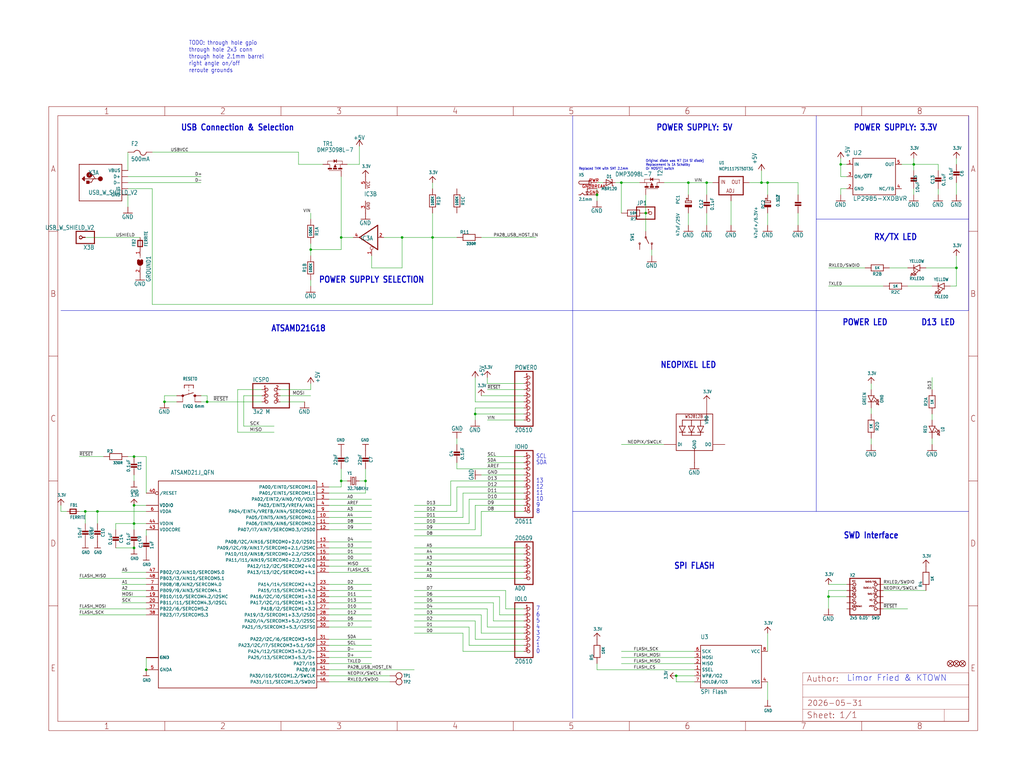
<source format=kicad_sch>
(kicad_sch (version 20230121) (generator eeschema)
  (paper "User" 426.949 326.288)
  (junction (at 68.58 167.64))
  (junction (at 55.88 218.44))
  (junction (at 35.56 213.36))
  (junction (at 60.96 279.4))
  (junction (at 142.24 99.06))
  (junction (at 198.12 172.72))
  (junction (at 167.64 99.06))
  (junction (at 248.92 81.28))
  (junction (at 142.24 200.66))
  (junction (at 152.4 200.66))
  (junction (at 381 68.58))
  (junction (at 345.44 248.92))
  (junction (at 40.64 213.36))
  (junction (at 259.08 76.2))
  (junction (at 398.78 111.76))
  (junction (at 180.34 99.06))
  (junction (at 294.64 76.2))
  (junction (at 287.02 76.2))
  (junction (at 350.52 68.58))
  (junction (at 55.88 210.82))
  (junction (at 55.88 190.5))
  (junction (at 86.36 167.64))
  (junction (at 55.88 228.6))
  (junction (at 281.94 281.94))
  (junction (at 269.24 88.9))
  (junction (at 129.54 104.14))
  (junction (at 320.04 76.2))
  (junction (at 317.5 76.2))
  (wire (pts (xy 40.64 218.44) (xy 40.64 213.36)) (stroke (width 0.1524)))
  (wire (pts (xy 60.96 256.54) (xy 33.02 256.54)) (stroke (width 0.1524)))
  (wire (pts (xy 40.64 213.36) (xy 60.96 213.36)) (stroke (width 0.1524)))
  (wire (pts (xy 317.5 71.12) (xy 317.5 76.2)) (stroke (width 0.1524)))
  (wire (pts (xy 198.12 220.98) (xy 172.72 220.98)) (stroke (width 0.1524)))
  (polyline (pts (xy 25.4 129.54) (xy 238.76 129.54)) (stroke (width 0.1524) (type solid)))
  (wire (pts (xy 198.12 170.18) (xy 198.12 172.72)) (stroke (width 0.1524)))
  (wire (pts (xy 137.16 238.76) (xy 154.94 238.76)) (stroke (width 0.1524)))
  (wire (pts (xy 363.22 182.88) (xy 363.22 185.42)) (stroke (width 0.1524)))
  (wire (pts (xy 162.56 284.48) (xy 137.16 284.48)) (stroke (width 0.1524)))
  (wire (pts (xy 320.04 76.2) (xy 332.74 76.2)) (stroke (width 0.1524)))
  (wire (pts (xy 218.44 193.04) (xy 203.2 193.04)) (stroke (width 0.1524)))
  (wire (pts (xy 137.16 261.62) (xy 154.94 261.62)) (stroke (width 0.1524)))
  (wire (pts (xy 137.16 205.74) (xy 152.4 205.74)) (stroke (width 0.1524)))
  (wire (pts (xy 35.56 99.06) (xy 58.42 99.06)) (stroke (width 0.1524)))
  (wire (pts (xy 129.54 104.14) (xy 129.54 101.6)) (stroke (width 0.1524)))
  (wire (pts (xy 320.04 76.2) (xy 320.04 81.28)) (stroke (width 0.1524)))
  (wire (pts (xy 203.2 162.56) (xy 218.44 162.56)) (stroke (width 0.1524)))
  (wire (pts (xy 137.16 269.24) (xy 154.94 269.24)) (stroke (width 0.1524)))
  (wire (pts (xy 86.36 165.1) (xy 86.36 167.64)) (stroke (width 0.1524)))
  (wire (pts (xy 127 167.64) (xy 116.84 167.64)) (stroke (width 0.1524)))
  (wire (pts (xy 152.4 200.66) (xy 152.4 195.58)) (stroke (width 0.1524)))
  (wire (pts (xy 137.16 248.92) (xy 154.94 248.92)) (stroke (width 0.1524)))
  (wire (pts (xy 190.5 203.2) (xy 218.44 203.2)) (stroke (width 0.1524)))
  (wire (pts (xy 172.72 210.82) (xy 187.96 210.82)) (stroke (width 0.1524)))
  (wire (pts (xy 190.5 193.04) (xy 190.5 195.58)) (stroke (width 0.1524)))
  (wire (pts (xy 200.66 223.52) (xy 200.66 213.36)) (stroke (width 0.1524)))
  (wire (pts (xy 195.58 208.28) (xy 218.44 208.28)) (stroke (width 0.1524)))
  (wire (pts (xy 180.34 88.9) (xy 180.34 99.06)) (stroke (width 0.1524)))
  (wire (pts (xy 218.44 261.62) (xy 203.2 261.62)) (stroke (width 0.1524)))
  (wire (pts (xy 398.78 119.38) (xy 398.78 111.76)) (stroke (width 0.1524)))
  (wire (pts (xy 271.78 104.14) (xy 271.78 106.68)) (stroke (width 0.1524)))
  (wire (pts (xy 33.02 254) (xy 60.96 254)) (stroke (width 0.1524)))
  (wire (pts (xy 276.86 76.2) (xy 287.02 76.2)) (stroke (width 0.1524)))
  (wire (pts (xy 289.56 281.94) (xy 281.94 281.94)) (stroke (width 0.1524)))
  (polyline (pts (xy 340.36 48.26) (xy 340.36 91.44)) (stroke (width 0.1524) (type solid)))
  (wire (pts (xy 353.06 243.84) (xy 345.44 243.84)) (stroke (width 0.1524)))
  (wire (pts (xy 154.94 106.68) (xy 154.94 111.76)) (stroke (width 0.1524)))
  (wire (pts (xy 60.96 220.98) (xy 60.96 223.52)) (stroke (width 0.1524)))
  (wire (pts (xy 190.5 185.42) (xy 190.5 182.88)) (stroke (width 0.1524)))
  (wire (pts (xy 281.94 284.48) (xy 289.56 284.48)) (stroke (width 0.1524)))
  (wire (pts (xy 137.16 251.46) (xy 154.94 251.46)) (stroke (width 0.1524)))
  (wire (pts (xy 154.94 246.38) (xy 137.16 246.38)) (stroke (width 0.1524)))
  (wire (pts (xy 137.16 266.7) (xy 154.94 266.7)) (stroke (width 0.1524)))
  (wire (pts (xy 289.56 271.78) (xy 259.08 271.78)) (stroke (width 0.1524)))
  (wire (pts (xy 187.96 200.66) (xy 218.44 200.66)) (stroke (width 0.1524)))
  (wire (pts (xy 386.08 246.38) (xy 368.3 246.38)) (stroke (width 0.1524)))
  (wire (pts (xy 388.62 172.72) (xy 388.62 175.26)) (stroke (width 0.1524)))
  (polyline (pts (xy 340.36 129.54) (xy 340.36 213.36)) (stroke (width 0.1524) (type solid)))
  (wire (pts (xy 167.64 111.76) (xy 167.64 99.06)) (stroke (width 0.1524)))
  (wire (pts (xy 200.66 264.16) (xy 218.44 264.16)) (stroke (width 0.1524)))
  (wire (pts (xy 142.24 200.66) (xy 142.24 203.2)) (stroke (width 0.1524)))
  (wire (pts (xy 180.34 99.06) (xy 190.5 99.06)) (stroke (width 0.1524)))
  (wire (pts (xy 53.34 73.66) (xy 83.82 73.66)) (stroke (width 0.1524)))
  (wire (pts (xy 172.72 251.46) (xy 205.74 251.46)) (stroke (width 0.1524)))
  (wire (pts (xy 248.92 276.86) (xy 248.92 279.4)) (stroke (width 0.1524)))
  (wire (pts (xy 218.44 167.64) (xy 198.12 167.64)) (stroke (width 0.1524)))
  (wire (pts (xy 172.72 218.44) (xy 195.58 218.44)) (stroke (width 0.1524)))
  (wire (pts (xy 190.5 213.36) (xy 190.5 203.2)) (stroke (width 0.1524)))
  (wire (pts (xy 137.16 220.98) (xy 154.94 220.98)) (stroke (width 0.1524)))
  (wire (pts (xy 218.44 241.3) (xy 172.72 241.3)) (stroke (width 0.1524)))
  (wire (pts (xy 388.62 185.42) (xy 388.62 182.88)) (stroke (width 0.1524)))
  (wire (pts (xy 60.96 190.5) (xy 60.96 205.74)) (stroke (width 0.1524)))
  (wire (pts (xy 294.64 88.9) (xy 294.64 93.98)) (stroke (width 0.1524)))
  (wire (pts (xy 63.5 78.74) (xy 63.5 127)) (stroke (width 0.1524)))
  (wire (pts (xy 363.22 172.72) (xy 363.22 170.18)) (stroke (width 0.1524)))
  (wire (pts (xy 193.04 215.9) (xy 172.72 215.9)) (stroke (width 0.1524)))
  (wire (pts (xy 269.24 88.9) (xy 269.24 81.28)) (stroke (width 0.1524)))
  (wire (pts (xy 363.22 160.02) (xy 363.22 162.56)) (stroke (width 0.1524)))
  (wire (pts (xy 109.22 167.64) (xy 86.36 167.64)) (stroke (width 0.1524)))
  (wire (pts (xy 83.82 167.64) (xy 86.36 167.64)) (stroke (width 0.1524)))
  (wire (pts (xy 129.54 106.68) (xy 129.54 104.14)) (stroke (width 0.1524)))
  (wire (pts (xy 60.96 241.3) (xy 33.02 241.3)) (stroke (width 0.1524)))
  (wire (pts (xy 332.74 76.2) (xy 332.74 81.28)) (stroke (width 0.1524)))
  (wire (pts (xy 332.74 88.9) (xy 332.74 93.98)) (stroke (width 0.1524)))
  (wire (pts (xy 350.52 78.74) (xy 350.52 81.28)) (stroke (width 0.1524)))
  (wire (pts (xy 63.5 127) (xy 180.34 127)) (stroke (width 0.1524)))
  (wire (pts (xy 60.96 210.82) (xy 55.88 210.82)) (stroke (width 0.1524)))
  (wire (pts (xy 60.96 243.84) (xy 50.8 243.84)) (stroke (width 0.1524)))
  (wire (pts (xy 218.44 271.78) (xy 193.04 271.78)) (stroke (width 0.1524)))
  (wire (pts (xy 398.78 76.2) (xy 398.78 81.28)) (stroke (width 0.1524)))
  (wire (pts (xy 60.96 218.44) (xy 55.88 218.44)) (stroke (width 0.1524)))
  (wire (pts (xy 218.44 236.22) (xy 172.72 236.22)) (stroke (width 0.1524)))
  (wire (pts (xy 251.46 76.2) (xy 248.92 76.2)) (stroke (width 0.1524)))
  (wire (pts (xy 137.16 203.2) (xy 142.24 203.2)) (stroke (width 0.1524)))
  (wire (pts (xy 25.4 213.36) (xy 27.94 213.36)) (stroke (width 0.1524)))
  (wire (pts (xy 193.04 271.78) (xy 193.04 264.16)) (stroke (width 0.1524)))
  (wire (pts (xy 149.86 200.66) (xy 152.4 200.66)) (stroke (width 0.1524)))
  (wire (pts (xy 55.88 190.5) (xy 53.34 190.5)) (stroke (width 0.1524)))
  (wire (pts (xy 223.52 99.06) (xy 200.66 99.06)) (stroke (width 0.1524)))
  (wire (pts (xy 248.92 78.74) (xy 248.92 81.28)) (stroke (width 0.1524)))
  (wire (pts (xy 198.12 157.48) (xy 198.12 167.64)) (stroke (width 0.1524)))
  (wire (pts (xy 142.24 104.14) (xy 142.24 99.06)) (stroke (width 0.1524)))
  (wire (pts (xy 218.44 198.12) (xy 200.66 198.12)) (stroke (width 0.1524)))
  (wire (pts (xy 294.64 76.2) (xy 287.02 76.2)) (stroke (width 0.1524)))
  (wire (pts (xy 154.94 111.76) (xy 167.64 111.76)) (stroke (width 0.1524)))
  (wire (pts (xy 142.24 73.66) (xy 142.24 99.06)) (stroke (width 0.1524)))
  (wire (pts (xy 353.06 248.92) (xy 345.44 248.92)) (stroke (width 0.1524)))
  (wire (pts (xy 25.4 210.82) (xy 25.4 213.36)) (stroke (width 0.1524)))
  (wire (pts (xy 210.82 254) (xy 218.44 254)) (stroke (width 0.1524)))
  (wire (pts (xy 198.12 266.7) (xy 198.12 259.08)) (stroke (width 0.1524)))
  (wire (pts (xy 345.44 246.38) (xy 345.44 248.92)) (stroke (width 0.1524)))
  (polyline (pts (xy 238.76 299.72) (xy 238.76 213.36)) (stroke (width 0.1524) (type solid)))
  (wire (pts (xy 154.94 274.32) (xy 137.16 274.32)) (stroke (width 0.1524)))
  (wire (pts (xy 218.44 190.5) (xy 203.2 190.5)) (stroke (width 0.1524)))
  (wire (pts (xy 137.16 213.36) (xy 154.94 213.36)) (stroke (width 0.1524)))
  (wire (pts (xy 137.16 208.28) (xy 154.94 208.28)) (stroke (width 0.1524)))
  (wire (pts (xy 398.78 68.58) (xy 398.78 66.04)) (stroke (width 0.1524)))
  (wire (pts (xy 73.66 167.64) (xy 68.58 167.64)) (stroke (width 0.1524)))
  (wire (pts (xy 320.04 292.1) (xy 320.04 284.48)) (stroke (width 0.1524)))
  (wire (pts (xy 368.3 243.84) (xy 378.46 243.84)) (stroke (width 0.1524)))
  (wire (pts (xy 218.44 205.74) (xy 193.04 205.74)) (stroke (width 0.1524)))
  (polyline (pts (xy 340.36 91.44) (xy 403.86 91.44)) (stroke (width 0.1524) (type solid)))
  (wire (pts (xy 154.94 233.68) (xy 137.16 233.68)) (stroke (width 0.1524)))
  (wire (pts (xy 218.44 210.82) (xy 198.12 210.82)) (stroke (width 0.1524)))
  (wire (pts (xy 147.32 99.06) (xy 142.24 99.06)) (stroke (width 0.1524)))
  (wire (pts (xy 297.18 76.2) (xy 294.64 76.2)) (stroke (width 0.1524)))
  (wire (pts (xy 381 78.74) (xy 381 81.28)) (stroke (width 0.1524)))
  (wire (pts (xy 55.88 198.12) (xy 55.88 200.66)) (stroke (width 0.1524)))
  (wire (pts (xy 152.4 205.74) (xy 152.4 200.66)) (stroke (width 0.1524)))
  (wire (pts (xy 124.46 68.58) (xy 134.62 68.58)) (stroke (width 0.1524)))
  (wire (pts (xy 137.16 281.94) (xy 162.56 281.94)) (stroke (width 0.1524)))
  (wire (pts (xy 320.04 88.9) (xy 320.04 93.98)) (stroke (width 0.1524)))
  (wire (pts (xy 154.94 254) (xy 137.16 254)) (stroke (width 0.1524)))
  (wire (pts (xy 137.16 231.14) (xy 154.94 231.14)) (stroke (width 0.1524)))
  (wire (pts (xy 203.2 254) (xy 172.72 254)) (stroke (width 0.1524)))
  (wire (pts (xy 149.86 68.58) (xy 149.86 60.96)) (stroke (width 0.1524)))
  (wire (pts (xy 99.06 162.56) (xy 99.06 180.34)) (stroke (width 0.1524)))
  (wire (pts (xy 269.24 88.9) (xy 269.24 96.52)) (stroke (width 0.1524)))
  (wire (pts (xy 368.3 254) (xy 378.46 254)) (stroke (width 0.1524)))
  (wire (pts (xy 137.16 279.4) (xy 172.72 279.4)) (stroke (width 0.1524)))
  (wire (pts (xy 218.44 231.14) (xy 172.72 231.14)) (stroke (width 0.1524)))
  (wire (pts (xy 205.74 259.08) (xy 218.44 259.08)) (stroke (width 0.1524)))
  (wire (pts (xy 55.88 220.98) (xy 55.88 218.44)) (stroke (width 0.1524)))
  (wire (pts (xy 53.34 81.28) (xy 53.34 86.36)) (stroke (width 0.1524)))
  (wire (pts (xy 218.44 266.7) (xy 198.12 266.7)) (stroke (width 0.1524)))
  (wire (pts (xy 116.84 165.1) (xy 129.54 165.1)) (stroke (width 0.1524)))
  (wire (pts (xy 137.16 243.84) (xy 154.94 243.84)) (stroke (width 0.1524)))
  (wire (pts (xy 218.44 172.72) (xy 198.12 172.72)) (stroke (width 0.1524)))
  (wire (pts (xy 294.64 76.2) (xy 294.64 81.28)) (stroke (width 0.1524)))
  (wire (pts (xy 195.58 261.62) (xy 195.58 269.24)) (stroke (width 0.1524)))
  (wire (pts (xy 248.92 81.28) (xy 248.92 83.82)) (stroke (width 0.1524)))
  (wire (pts (xy 53.34 63.5) (xy 53.34 71.12)) (stroke (width 0.1524)))
  (wire (pts (xy 129.54 119.38) (xy 129.54 116.84)) (stroke (width 0.1524)))
  (wire (pts (xy 190.5 213.36) (xy 172.72 213.36)) (stroke (width 0.1524)))
  (wire (pts (xy 35.56 213.36) (xy 40.64 213.36)) (stroke (width 0.1524)))
  (wire (pts (xy 203.2 160.02) (xy 218.44 160.02)) (stroke (width 0.1524)))
  (wire (pts (xy 312.42 76.2) (xy 317.5 76.2)) (stroke (width 0.1524)))
  (wire (pts (xy 144.78 68.58) (xy 149.86 68.58)) (stroke (width 0.1524)))
  (wire (pts (xy 68.58 165.1) (xy 68.58 167.64)) (stroke (width 0.1524)))
  (wire (pts (xy 259.08 274.32) (xy 289.56 274.32)) (stroke (width 0.1524)))
  (wire (pts (xy 248.92 279.4) (xy 289.56 279.4)) (stroke (width 0.1524)))
  (wire (pts (xy 350.52 66.04) (xy 350.52 68.58)) (stroke (width 0.1524)))
  (wire (pts (xy 172.72 238.76) (xy 218.44 238.76)) (stroke (width 0.1524)))
  (wire (pts (xy 167.64 99.06) (xy 180.34 99.06)) (stroke (width 0.1524)))
  (wire (pts (xy 287.02 81.28) (xy 287.02 76.2)) (stroke (width 0.1524)))
  (wire (pts (xy 101.6 177.8) (xy 114.3 177.8)) (stroke (width 0.1524)))
  (wire (pts (xy 203.2 157.48) (xy 203.2 160.02)) (stroke (width 0.1524)))
  (wire (pts (xy 203.2 175.26) (xy 218.44 175.26)) (stroke (width 0.1524)))
  (wire (pts (xy 218.44 165.1) (xy 200.66 165.1)) (stroke (width 0.1524)))
  (wire (pts (xy 208.28 256.54) (xy 208.28 248.92)) (stroke (width 0.1524)))
  (wire (pts (xy 50.8 246.38) (xy 60.96 246.38)) (stroke (width 0.1524)))
  (wire (pts (xy 198.12 210.82) (xy 198.12 220.98)) (stroke (width 0.1524)))
  (wire (pts (xy 345.44 119.38) (xy 368.3 119.38)) (stroke (width 0.1524)))
  (wire (pts (xy 350.52 68.58) (xy 353.06 68.58)) (stroke (width 0.1524)))
  (wire (pts (xy 276.86 185.42) (xy 259.08 185.42)) (stroke (width 0.1524)))
  (wire (pts (xy 172.72 228.6) (xy 218.44 228.6)) (stroke (width 0.1524)))
  (wire (pts (xy 391.16 78.74) (xy 391.16 81.28)) (stroke (width 0.1524)))
  (wire (pts (xy 137.16 271.78) (xy 154.94 271.78)) (stroke (width 0.1524)))
  (wire (pts (xy 375.92 68.58) (xy 381 68.58)) (stroke (width 0.1524)))
  (wire (pts (xy 60.96 274.32) (xy 60.96 279.4)) (stroke (width 0.1524)))
  (polyline (pts (xy 238.76 129.54) (xy 238.76 48.26)) (stroke (width 0.1524) (type solid)))
  (wire (pts (xy 48.26 220.98) (xy 48.26 218.44)) (stroke (width 0.1524)))
  (wire (pts (xy 137.16 210.82) (xy 154.94 210.82)) (stroke (width 0.1524)))
  (wire (pts (xy 73.66 165.1) (xy 68.58 165.1)) (stroke (width 0.1524)))
  (wire (pts (xy 48.26 228.6) (xy 55.88 228.6)) (stroke (width 0.1524)))
  (wire (pts (xy 172.72 223.52) (xy 200.66 223.52)) (stroke (width 0.1524)))
  (wire (pts (xy 256.54 76.2) (xy 259.08 76.2)) (stroke (width 0.1524)))
  (wire (pts (xy 129.54 91.44) (xy 129.54 88.9)) (stroke (width 0.1524)))
  (wire (pts (xy 144.78 200.66) (xy 142.24 200.66)) (stroke (width 0.1524)))
  (wire (pts (xy 289.56 276.86) (xy 259.08 276.86)) (stroke (width 0.1524)))
  (wire (pts (xy 187.96 210.82) (xy 187.96 200.66)) (stroke (width 0.1524)))
  (wire (pts (xy 55.88 218.44) (xy 55.88 210.82)) (stroke (width 0.1524)))
  (wire (pts (xy 142.24 195.58) (xy 142.24 200.66)) (stroke (width 0.1524)))
  (wire (pts (xy 345.44 248.92) (xy 345.44 254)) (stroke (width 0.1524)))
  (wire (pts (xy 353.06 246.38) (xy 345.44 246.38)) (stroke (width 0.1524)))
  (wire (pts (xy 287.02 93.98) (xy 287.02 88.9)) (stroke (width 0.1524)))
  (wire (pts (xy 381 66.04) (xy 381 68.58)) (stroke (width 0.1524)))
  (wire (pts (xy 208.28 248.92) (xy 172.72 248.92)) (stroke (width 0.1524)))
  (wire (pts (xy 398.78 111.76) (xy 398.78 106.68)) (stroke (width 0.1524)))
  (wire (pts (xy 205.74 251.46) (xy 205.74 259.08)) (stroke (width 0.1524)))
  (polyline (pts (xy 340.36 129.54) (xy 238.76 129.54)) (stroke (width 0.1524) (type solid)))
  (wire (pts (xy 129.54 104.14) (xy 142.24 104.14)) (stroke (width 0.1524)))
  (wire (pts (xy 154.94 226.06) (xy 137.16 226.06)) (stroke (width 0.1524)))
  (polyline (pts (xy 403.86 213.36) (xy 340.36 213.36)) (stroke (width 0.1524) (type solid)))
  (wire (pts (xy 137.16 236.22) (xy 154.94 236.22)) (stroke (width 0.1524)))
  (wire (pts (xy 388.62 157.48) (xy 388.62 162.56)) (stroke (width 0.1524)))
  (polyline (pts (xy 340.36 129.54) (xy 403.86 129.54)) (stroke (width 0.1524) (type solid)))
  (wire (pts (xy 137.16 256.54) (xy 154.94 256.54)) (stroke (width 0.1524)))
  (wire (pts (xy 195.58 269.24) (xy 218.44 269.24)) (stroke (width 0.1524)))
  (wire (pts (xy 63.5 63.5) (xy 124.46 63.5)) (stroke (width 0.1524)))
  (wire (pts (xy 391.16 68.58) (xy 391.16 71.12)) (stroke (width 0.1524)))
  (wire (pts (xy 35.56 218.44) (xy 35.56 213.36)) (stroke (width 0.1524)))
  (wire (pts (xy 203.2 261.62) (xy 203.2 254)) (stroke (width 0.1524)))
  (wire (pts (xy 48.26 218.44) (xy 55.88 218.44)) (stroke (width 0.1524)))
  (polyline (pts (xy 403.86 48.26) (xy 403.86 91.44)) (stroke (width 0.1524) (type solid)))
  (wire (pts (xy 320.04 264.16) (xy 320.04 271.78)) (stroke (width 0.1524)))
  (wire (pts (xy 218.44 256.54) (xy 208.28 256.54)) (stroke (width 0.1524)))
  (wire (pts (xy 198.12 172.72) (xy 198.12 175.26)) (stroke (width 0.1524)))
  (wire (pts (xy 124.46 63.5) (xy 124.46 68.58)) (stroke (width 0.1524)))
  (wire (pts (xy 160.02 99.06) (xy 167.64 99.06)) (stroke (width 0.1524)))
  (wire (pts (xy 129.54 160.02) (xy 129.54 162.56)) (stroke (width 0.1524)))
  (wire (pts (xy 360.68 111.76) (xy 345.44 111.76)) (stroke (width 0.1524)))
  (wire (pts (xy 259.08 76.2) (xy 266.7 76.2)) (stroke (width 0.1524)))
  (wire (pts (xy 180.34 78.74) (xy 180.34 76.2)) (stroke (width 0.1524)))
  (wire (pts (xy 172.72 261.62) (xy 195.58 261.62)) (stroke (width 0.1524)))
  (wire (pts (xy 99.06 180.34) (xy 114.3 180.34)) (stroke (width 0.1524)))
  (wire (pts (xy 193.04 264.16) (xy 172.72 264.16)) (stroke (width 0.1524)))
  (wire (pts (xy 317.5 76.2) (xy 320.04 76.2)) (stroke (width 0.1524)))
  (wire (pts (xy 53.34 76.2) (xy 83.82 76.2)) (stroke (width 0.1524)))
  (polyline (pts (xy 238.76 213.36) (xy 238.76 129.54)) (stroke (width 0.1524) (type solid)))
  (wire (pts (xy 137.16 218.44) (xy 154.94 218.44)) (stroke (width 0.1524)))
  (polyline (pts (xy 340.36 91.44) (xy 340.36 129.54)) (stroke (width 0.1524) (type solid)))
  (wire (pts (xy 350.52 73.66) (xy 350.52 68.58)) (stroke (width 0.1524)))
  (wire (pts (xy 137.16 276.86) (xy 154.94 276.86)) (stroke (width 0.1524)))
  (wire (pts (xy 281.94 281.94) (xy 281.94 284.48)) (stroke (width 0.1524)))
  (wire (pts (xy 43.18 190.5) (xy 33.02 190.5)) (stroke (width 0.1524)))
  (wire (pts (xy 195.58 218.44) (xy 195.58 208.28)) (stroke (width 0.1524)))
  (polyline (pts (xy 340.36 213.36) (xy 238.76 213.36)) (stroke (width 0.1524) (type solid)))
  (wire (pts (xy 198.12 259.08) (xy 172.72 259.08)) (stroke (width 0.1524)))
  (wire (pts (xy 137.16 259.08) (xy 154.94 259.08)) (stroke (width 0.1524)))
  (wire (pts (xy 101.6 165.1) (xy 101.6 177.8)) (stroke (width 0.1524)))
  (wire (pts (xy 60.96 238.76) (xy 50.8 238.76)) (stroke (width 0.1524)))
  (wire (pts (xy 381 68.58) (xy 381 71.12)) (stroke (width 0.1524)))
  (wire (pts (xy 172.72 256.54) (xy 200.66 256.54)) (stroke (width 0.1524)))
  (wire (pts (xy 154.94 215.9) (xy 137.16 215.9)) (stroke (width 0.1524)))
  (wire (pts (xy 353.06 78.74) (xy 350.52 78.74)) (stroke (width 0.1524)))
  (wire (pts (xy 129.54 162.56) (xy 116.84 162.56)) (stroke (width 0.1524)))
  (wire (pts (xy 55.88 190.5) (xy 60.96 190.5)) (stroke (width 0.1524)))
  (wire (pts (xy 193.04 205.74) (xy 193.04 215.9)) (stroke (width 0.1524)))
  (wire (pts (xy 172.72 233.68) (xy 218.44 233.68)) (stroke (width 0.1524)))
  (wire (pts (xy 109.22 165.1) (xy 101.6 165.1)) (stroke (width 0.1524)))
  (wire (pts (xy 137.16 228.6) (xy 154.94 228.6)) (stroke (width 0.1524)))
  (wire (pts (xy 109.22 162.56) (xy 99.06 162.56)) (stroke (width 0.1524)))
  (wire (pts (xy 396.24 119.38) (xy 398.78 119.38)) (stroke (width 0.1524)))
  (wire (pts (xy 200.66 213.36) (xy 218.44 213.36)) (stroke (width 0.1524)))
  (polyline (pts (xy 403.86 91.44) (xy 403.86 129.54)) (stroke (width 0.1524) (type solid)))
  (wire (pts (xy 259.08 88.9) (xy 259.08 76.2)) (stroke (width 0.1524)))
  (wire (pts (xy 60.96 248.92) (xy 50.8 248.92)) (stroke (width 0.1524)))
  (wire (pts (xy 172.72 246.38) (xy 210.82 246.38)) (stroke (width 0.1524)))
  (wire (pts (xy 353.06 73.66) (xy 350.52 73.66)) (stroke (width 0.1524)))
  (wire (pts (xy 180.34 127) (xy 180.34 99.06)) (stroke (width 0.1524)))
  (wire (pts (xy 200.66 256.54) (xy 200.66 264.16)) (stroke (width 0.1524)))
  (wire (pts (xy 378.46 119.38) (xy 388.62 119.38)) (stroke (width 0.1524)))
  (wire (pts (xy 218.44 170.18) (xy 198.12 170.18)) (stroke (width 0.1524)))
  (wire (pts (xy 53.34 78.74) (xy 63.5 78.74)) (stroke (width 0.1524)))
  (wire (pts (xy 370.84 111.76) (xy 378.46 111.76)) (stroke (width 0.1524)))
  (wire (pts (xy 33.02 213.36) (xy 35.56 213.36)) (stroke (width 0.1524)))
  (wire (pts (xy 381 68.58) (xy 391.16 68.58)) (stroke (width 0.1524)))
  (wire (pts (xy 210.82 246.38) (xy 210.82 254)) (stroke (width 0.1524)))
  (wire (pts (xy 50.8 251.46) (xy 60.96 251.46)) (stroke (width 0.1524)))
  (wire (pts (xy 386.08 111.76) (xy 398.78 111.76)) (stroke (width 0.1524)))
  (wire (pts (xy 218.44 195.58) (xy 190.5 195.58)) (stroke (width 0.1524)))
  (wire (pts (xy 83.82 165.1) (xy 86.36 165.1)) (stroke (width 0.1524)))
  (wire (pts (xy 304.8 93.98) (xy 304.8 83.82)) (stroke (width 0.1524)))
  (text "12" (at 223.52 203.2 0) (effects (font (size 1.778 1.5113)) (justify left)))
  (text "13" (at 223.52 200.66 0) (effects (font (size 1.778 1.5113)) (justify left)))
  (text "2" (at 223.52 266.7 0) (effects (font (size 1.778 1.5113)) (justify left)))
  (text "9" (at 223.52 210.82 0) (effects (font (size 1.778 1.5113)) (justify left)))
  (text "10" (at 223.52 208.28 0) (effects (font (size 1.778 1.5113)) (justify left)))
  (text "5" (at 223.52 259.08 0) (effects (font (size 1.778 1.5113)) (justify left)))
  (text "SWD Interface" (at 363.22 223.52 0) (effects (font (size 2.54 2.159) (thickness 0.4318) bold)))
  (text "Original diode was M7 (1A Si diode)\nReplacement is 1A Schottky\nOr MOSFET switch" (at 269.24 71.12 0) (effects (font (size 1.016 0.8636)) (justify left bottom)))
  (text "6" (at 223.52 256.54 0) (effects (font (size 1.778 1.5113)) (justify left)))
  (text "TODO: through hole gpio\nthrough hole 2x3 conn\nthrough hole 2.1mm barrel\nright angle on/off\nreroute grounds" (at 78.74 30.48 0) (effects (font (size 1.778 1.5113)) (justify left bottom)))
  (text "1" (at 223.52 269.24 0) (effects (font (size 1.778 1.5113)) (justify left)))
  (text "USB Connection & Selection" (at 99.06 53.34 0) (effects (font (size 2.54 2.159) (thickness 0.4318) bold)))
  (text "SDA" (at 223.52 193.04 0) (effects (font (size 1.778 1.5113)) (justify left)))
  (text "8" (at 223.52 213.36 0) (effects (font (size 1.778 1.5113)) (justify left)))
  (text "Replaced THM with SMT 2.1mm" (at 241.3 71.12 0) (effects (font (size 1.016 0.8636)) (justify left bottom)))
  (text "SCL" (at 223.52 190.5 0) (effects (font (size 1.778 1.5113)) (justify left)))
  (text "D13 LED" (at 391.16 134.62 0) (effects (font (size 2.54 2.159) (thickness 0.4318) bold)))
  (text "0" (at 223.52 271.78 0) (effects (font (size 1.778 1.5113)) (justify left)))
  (text "POWER LED" (at 360.68 134.62 0) (effects (font (size 2.54 2.159) (thickness 0.4318) bold)))
  (text "POWER SUPPLY SELECTION" (at 154.94 116.84 0) (effects (font (size 2.54 2.159) (thickness 0.4318) bold)))
  (text "ATSAMD21G18" (at 124.46 137.16 0) (effects (font (size 2.54 2.159) (thickness 0.4318) bold)))
  (text "7" (at 223.52 254 0) (effects (font (size 1.778 1.5113)) (justify left)))
  (text "4" (at 223.52 261.62 0) (effects (font (size 1.778 1.5113)) (justify left)))
  (text "11" (at 223.52 205.74 0) (effects (font (size 1.778 1.5113)) (justify left)))
  (text "Limor Fried & KTOWN" (at 353.06 284.48 0) (effects (font (size 2.54 2.54)) (justify left bottom)))
  (text "NEOPIXEL LED" (at 287.02 152.4 0) (effects (font (size 2.54 2.159) (thickness 0.4318) bold)))
  (text "3" (at 223.52 264.16 0) (effects (font (size 1.778 1.5113)) (justify left)))
  (text "RX/TX LED" (at 373.38 99.06 0) (effects (font (size 2.54 2.159) (thickness 0.4318) bold)))
  (text "POWER SUPPLY: 3.3V" (at 373.38 53.34 0) (effects (font (size 2.54 2.159) (thickness 0.4318) bold)))
  (text "POWER SUPPLY: 5V" (at 289.56 53.34 0) (effects (font (size 2.54 2.159) (thickness 0.4318) bold)))
  (text "SPI FLASH" (at 289.56 236.22 0) (effects (font (size 2.54 2.159) (thickness 0.4318) bold)))
  (label "D13" (at 203.2 200.66 0) (effects (font (size 1.3513 1.3513))))
  (label "D8" (at 177.8 223.52 0) (effects (font (size 1.2446 1.2446))))
  (label "D13" (at 388.62 162.56 90) (effects (font (size 1.2446 1.2446))))
  (label "D0" (at 144.78 233.68 0) (effects (font (size 1.2446 1.2446))))
  (label "FLASH_MISO" (at 264.16 276.86 0) (effects (font (size 1.2446 1.2446))))
  (label "D11" (at 144.78 248.92 0) (effects (font (size 1.2446 1.2446))))
  (label "PA28_USB_HOST_EN" (at 205.74 99.06 0) (effects (font (size 1.2446 1.2446))))
  (label "TXLED" (at 144.78 276.86 0) (effects (font (size 1.2446 1.2446))))
  (label "A4" (at 177.8 231.14 0) (effects (font (size 1.2446 1.2446))))
  (label "D1" (at 144.78 231.14 0) (effects (font (size 1.2446 1.2446))))
  (label "PA28_USB_HOST_EN" (at 144.78 279.4 0) (effects (font (size 1.2446 1.2446))))
  (label "D13" (at 144.78 251.46 0) (effects (font (size 1.2446 1.2446))))
  (label "FLASH_CS" (at 264.16 279.4 0) (effects (font (size 1.2446 1.2446))))
  (label "D10" (at 203.2 208.28 0) (effects (font (size 1.3513 1.3513))))
  (label "MOSI" (at 121.92 165.1 0) (effects (font (size 1.3513 1.3513))))
  (label "A1" (at 177.8 238.76 0) (effects (font (size 1.2446 1.2446))))
  (label "RXLED/SWDIO" (at 345.44 111.76 0) (effects (font (size 1.2446 1.2446))))
  (label "RXLED/SWDIO" (at 144.78 284.48 0) (effects (font (size 1.2446 1.2446))))
  (label "~{RESET}" (at 368.3 254 0) (effects (font (size 1.2446 1.2446))))
  (label "MOSI" (at 50.8 248.92 0) (effects (font (size 1.2446 1.2446))))
  (label "~{RESET}" (at 88.9 167.64 0) (effects (font (size 1.3513 1.3513))))
  (label "MISO" (at 144.78 236.22 0) (effects (font (size 1.2446 1.2446))))
  (label "~{RESET}" (at 203.2 162.56 0) (effects (font (size 1.1735 1.1735))))
  (label "SCK" (at 104.14 177.8 0) (effects (font (size 1.3513 1.3513))))
  (label "D+" (at 144.78 274.32 0) (effects (font (size 1.2446 1.2446))))
  (label "D0" (at 177.8 264.16 0) (effects (font (size 1.2446 1.2446))))
  (label "D12" (at 177.8 213.36 0) (effects (font (size 1.2446 1.2446))))
  (label "D11" (at 203.2 205.74 0) (effects (font (size 1.3513 1.3513))))
  (label "AREF" (at 203.2 195.58 0) (effects (font (size 1.3513 1.3513))))
  (label "USBVCC" (at 71.12 63.5 0) (effects (font (size 1.2446 1.2446))))
  (label "D6" (at 144.78 259.08 0) (effects (font (size 1.2446 1.2446))))
  (label "FLASH_SCK" (at 33.02 256.54 0) (effects (font (size 1.2446 1.2446))))
  (label "A0" (at 144.78 208.28 0) (effects (font (size 1.2446 1.2446))))
  (label "D9" (at 144.78 220.98 0) (effects (font (size 1.2446 1.2446))))
  (label "D2" (at 144.78 243.84 0) (effects (font (size 1.2446 1.2446))))
  (label "D10" (at 177.8 218.44 0) (effects (font (size 1.2446 1.2446))))
  (label "FLASH_MOSI" (at 264.16 274.32 0) (effects (font (size 1.2446 1.2446))))
  (label "RXLED/SWDIO" (at 368.3 243.84 0) (effects (font (size 1.2446 1.2446))))
  (label "D+" (at 81.28 73.66 0) (effects (font (size 1.2446 1.2446))))
  (label "VIN" (at 289.56 76.2 0) (effects (font (size 1.2446 1.2446))))
  (label "D-" (at 81.28 76.2 0) (effects (font (size 1.2446 1.2446))))
  (label "FLASH_MISO" (at 33.02 241.3 0) (effects (font (size 1.2446 1.2446))))
  (label "~{RESET}" (at 33.02 190.5 0) (effects (font (size 1.2446 1.2446))))
  (label "D3" (at 144.78 228.6 0) (effects (font (size 1.2446 1.2446))))
  (label "D4" (at 177.8 254 0) (effects (font (size 1.2446 1.2446))))
  (label "SCL" (at 144.78 269.24 0) (effects (font (size 1.2446 1.2446))))
  (label "D12" (at 144.78 256.54 0) (effects (font (size 1.2446 1.2446))))
  (label "D12" (at 203.2 203.2 0) (effects (font (size 1.3513 1.3513))))
  (label "A3" (at 144.78 213.36 0) (effects (font (size 1.2446 1.2446))))
  (label "FLASH_MOSI" (at 33.02 254 0) (effects (font (size 1.2446 1.2446))))
  (label "A1" (at 50.8 243.84 0) (effects (font (size 1.2446 1.2446))))
  (label "A2" (at 50.8 246.38 0) (effects (font (size 1.2446 1.2446))))
  (label "D1" (at 177.8 261.62 0) (effects (font (size 1.2446 1.2446))))
  (label "VIN" (at 203.2 175.26 0) (effects (font (size 1.2446 1.2446))))
  (label "SCL" (at 203.2 190.5 0) (effects (font (size 1.2446 1.2446))))
  (label "D5" (at 177.8 251.46 0) (effects (font (size 1.2446 1.2446))))
  (label "D4" (at 144.78 226.06 0) (effects (font (size 1.2446 1.2446))))
  (label "D7" (at 177.8 246.38 0) (effects (font (size 1.2446 1.2446))))
  (label "D3" (at 177.8 256.54 0) (effects (font (size 1.2446 1.2446))))
  (label "SDA" (at 144.78 266.7 0) (effects (font (size 1.2446 1.2446))))
  (label "A5" (at 177.8 228.6 0) (effects (font (size 1.2446 1.2446))))
  (label "FLASH_CS" (at 144.78 238.76 0) (effects (font (size 1.2446 1.2446))))
  (label "D13" (at 177.8 210.82 0) (effects (font (size 1.2446 1.2446))))
  (label "TXLED" (at 345.44 119.38 0) (effects (font (size 1.2446 1.2446))))
  (label "D11" (at 177.8 215.9 0) (effects (font (size 1.2446 1.2446))))
  (label "D9" (at 177.8 220.98 0) (effects (font (size 1.2446 1.2446))))
  (label "SCK" (at 50.8 251.46 0) (effects (font (size 1.2446 1.2446))))
  (label "A0" (at 177.8 241.3 0) (effects (font (size 1.2446 1.2446))))
  (label "SDA" (at 203.2 193.04 0) (effects (font (size 1.2446 1.2446))))
  (label "NEOPIX/SWCLK" (at 368.3 246.38 0) (effects (font (size 1.2446 1.2446))))
  (label "D7" (at 144.78 261.62 0) (effects (font (size 1.2446 1.2446))))
  (label "MISO" (at 104.14 180.34 0) (effects (font (size 1.3513 1.3513))))
  (label "A5" (at 50.8 238.76 0) (effects (font (size 1.2446 1.2446))))
  (label "D5" (at 144.78 246.38 0) (effects (font (size 1.2446 1.2446))))
  (label "USHIELD" (at 48.26 99.06 0) (effects (font (size 1.2446 1.2446))))
  (label "GND" (at 203.2 198.12 0) (effects (font (size 1.3513 1.3513))))
  (label "VIN" (at 129.54 88.9 180) (effects (font (size 1.2446 1.2446))))
  (label "A4" (at 144.78 215.9 0) (effects (font (size 1.2446 1.2446))))
  (label "D10" (at 144.78 254 0) (effects (font (size 1.2446 1.2446))))
  (label "FLASH_SCK" (at 264.16 271.78 0) (effects (font (size 1.2446 1.2446))))
  (label "D-" (at 144.78 271.78 0) (effects (font (size 1.2446 1.2446))))
  (label "AREF" (at 144.78 210.82 0) (effects (font (size 1.2446 1.2446))))
  (label "D8" (at 203.2 213.36 0) (effects (font (size 1.3513 1.3513))))
  (label "D2" (at 177.8 259.08 0) (effects (font (size 1.2446 1.2446))))
  (label "NEOPIX/SWCLK" (at 144.78 281.94 0) (effects (font (size 1.2446 1.2446))))
  (label "D6" (at 177.8 248.92 0) (effects (font (size 1.2446 1.2446))))
  (label "NEOPIX/SWCLK" (at 261.62 185.42 0) (effects (font (size 1.2446 1.2446))))
  (label "A3" (at 177.8 233.68 0) (effects (font (size 1.2446 1.2446))))
  (label "A2" (at 177.8 236.22 0) (effects (font (size 1.2446 1.2446))))
  (label "D9" (at 203.2 210.82 0) (effects (font (size 1.3513 1.3513))))
  (label "D8" (at 144.78 218.44 0) (effects (font (size 1.2446 1.2446))))
  (symbol (lib_id "working-eagle-import:SWITCH_SPDT") (at 269.24 101.6 270) (unit 1)
    (property "Reference" "SW1" (at 262.89 97.155 0) (effects (font (size 1.27 1.0795)) (justify left bottom)))
    (property "Value" "SWITCH_SPDT" (effects hide))
    (property "Footprint" "working:SPDT_SMT_SSSS811101" (effects hide))
  )
  (symbol (lib_id "working-eagle-import:microbuilder_GND") (at 35.56 228.6 0) (unit 1)
    (property "Reference" "#U$5" (effects hide))
    (property "Value" "GND" (at 34.036 231.14 0) (effects (font (size 1.27 1.0795)) (justify left bottom)))
  )
  (symbol (lib_id "working-eagle-import:microbuilder_GND") (at 60.96 233.68 0) (unit 1)
    (property "Reference" "#U$6" (effects hide))
    (property "Value" "GND" (at 59.436 236.22 0) (effects (font (size 1.27 1.0795)) (justify left bottom)))
  )
  (symbol (lib_id "working-eagle-import:TESTPOINTROUND1.5MM") (at 162.56 284.48 270) (unit 1)
    (property "Reference" "TP2" (at 168.148 284.48 90) (effects (font (size 1.27 1.0795)) (justify left)))
    (property "Value" "TESTPOINTROUND1.5MM" (effects hide))
    (property "Footprint" "working:TESTPOINT_ROUND_1.5MM" (effects hide))
  )
  (symbol (lib_id "working-eagle-import:DIODE-SCHOTTKYSOD-123") (at 254 76.2 0) (unit 1)
    (property "Reference" "D1" (at 254 73.66 0) (effects (font (size 1.27 1.0795))))
    (property "Value" "MBR120" (at 254 78.7 0) (effects (font (size 1.27 1.0795))))
    (property "Footprint" "working:SOD-123" (effects hide))
  )
  (symbol (lib_id "working-eagle-import:GND") (at 127 170.18 0) (unit 1)
    (property "Reference" "#GND1" (effects hide))
    (property "Value" "GND" (at 124.46 172.72 0) (effects (font (size 1.778 1.5113)) (justify left bottom)))
  )
  (symbol (lib_id "working-eagle-import:PTCFUSE-1206") (at 58.42 66.04 0) (unit 1)
    (property "Reference" "F2" (at 54.61 60.96 0) (effects (font (size 1.778 1.5113)) (justify left bottom)))
    (property "Value" "500mA" (at 54.61 67.31 0) (effects (font (size 1.778 1.5113)) (justify left bottom)))
    (property "Footprint" "working:R1206" (effects hide))
  )
  (symbol (lib_id "working-eagle-import:GND") (at 68.58 170.18 0) (unit 1)
    (property "Reference" "#GND12" (effects hide))
    (property "Value" "GND" (at 66.04 172.72 0) (effects (font (size 1.778 1.5113)) (justify left bottom)))
  )
  (symbol (lib_id "working-eagle-import:LED0805_NOOUTLINE") (at 381 111.76 180) (unit 1)
    (property "Reference" "RXLED0" (at 382.27 116.205 0) (effects (font (size 1.27 1.0795))))
    (property "Value" "YELLOW" (at 382.27 108.966 0) (effects (font (size 1.27 1.0795))))
    (property "Footprint" "working:CHIPLED_0805_NOOUTLINE" (effects hide))
  )
  (symbol (lib_id "working-eagle-import:3.3V") (at 248.92 264.16 0) (unit 1)
    (property "Reference" "#U$28" (effects hide))
    (property "Value" "3.3V" (at 247.396 263.144 0) (effects (font (size 1.27 1.0795)) (justify left bottom)))
  )
  (symbol (lib_id "working-eagle-import:microbuilder_GND") (at 142.24 185.42 180) (unit 1)
    (property "Reference" "#U$10" (effects hide))
    (property "Value" "GND" (at 143.764 182.88 0) (effects (font (size 1.27 1.0795)) (justify left bottom)))
  )
  (symbol (lib_id "working-eagle-import:3.3V") (at 152.4 71.12 0) (unit 1)
    (property "Reference" "#U$7" (effects hide))
    (property "Value" "3.3V" (at 150.876 70.104 0) (effects (font (size 1.27 1.0795)) (justify left bottom)))
  )
  (symbol (lib_id "working-eagle-import:+5V") (at 198.12 154.94 0) (unit 1)
    (property "Reference" "#P+4" (effects hide))
    (property "Value" "+5V" (at 200.025 152.4 90) (effects (font (size 1.778 1.5113)) (justify right top)))
  )
  (symbol (lib_id "working-eagle-import:CAP_CERAMIC0805-NOOUTLINE") (at 55.88 193.04 180) (unit 1)
    (property "Reference" "C11" (at 58.17 194.29 90))
    (property "Value" "0.1uF" (at 53.58 194.29 90))
    (property "Footprint" "working:0805-NO" (effects hide))
  )
  (symbol (lib_id "working-eagle-import:JTAG-CORTEXBOXPOSTS") (at 360.68 248.92 0) (unit 1)
    (property "Reference" "X2" (at 354.33 240.665 0) (effects (font (size 1.27 1.0795)) (justify left bottom)))
    (property "Value" "2x5 0.05\" SWD" (at 354.33 258.445 0) (effects (font (size 1.27 1.0795)) (justify left bottom)))
    (property "Footprint" "working:2X05_1.27MM_BOX_POSTS" (effects hide))
  )
  (symbol (lib_id "working-eagle-import:CRYSTAL8.0X3.8") (at 147.32 200.66 0) (unit 1)
    (property "Reference" "Y1" (at 144.78 198.12 0) (effects (font (size 1.27 1.0795)) (justify left bottom)))
    (property "Value" "32.768KHz" (at 144.78 204.47 0) (effects (font (size 1.27 1.0795)) (justify left bottom)))
    (property "Footprint" "working:CRYSTAL_8X3.8" (effects hide))
  )
  (symbol (lib_id "working-eagle-import:GND") (at 152.4 91.44 0) (unit 1)
    (property "Reference" "#GND24" (effects hide))
    (property "Value" "GND" (at 149.86 93.98 0) (effects (font (size 1.778 1.5113)) (justify left bottom)))
  )
  (symbol (lib_id "working-eagle-import:CAP_ELECTROLYTICPANASONIC_D") (at 287.02 86.36 0) (unit 1)
    (property "Reference" "PC1" (at 281.94 81.28 90) (effects (justify right top)))
    (property "Value" "47uF/25V" (at 281.94 88.9 90) (effects (justify right top)))
    (property "Footprint" "working:PANASONIC_D" (effects hide))
  )
  (symbol (lib_id "working-eagle-import:HEADER-2X3") (at 114.3 165.1 0) (unit 1)
    (property "Reference" "ICSP0" (at 105.41 159.385 0) (effects (font (size 1.778 1.5113)) (justify left bottom)))
    (property "Value" "3x2 M" (at 105.41 172.72 0) (effects (font (size 1.778 1.5113)) (justify left bottom)))
    (property "Footprint" "working:2X03_ROUND_70MIL" (effects hide))
  )
  (symbol (lib_id "working-eagle-import:CAP_CERAMIC0805-NOOUTLINE") (at 398.78 71.12 180) (unit 1)
    (property "Reference" "C6" (at 401.07 72.37 90))
    (property "Value" "0.1uF" (at 396.48 72.37 90))
    (property "Footprint" "working:0805-NO" (effects hide))
  )
  (symbol (lib_id "working-eagle-import:HEADER-1X1ROUND") (at 271.78 88.9 0) (unit 1)
    (property "Reference" "JP1" (at 265.43 85.725 0) (effects (font (size 1.778 1.5113)) (justify left bottom)))
    (property "Value" "HEADER-1X1ROUND" (effects hide))
    (property "Footprint" "working:1X01_ROUND" (effects hide))
  )
  (symbol (lib_id "working-eagle-import:741G125DBV") (at 154.94 99.06 180) (unit 1)
    (property "Reference" "IC3" (at 155.575 98.425 0) (effects (font (size 1.778 1.5113)) (justify left bottom)))
    (property "Value" "741G125DBV" (effects hide))
    (property "Footprint" "working:SOT23-5" (effects hide))
  )
  (symbol (lib_id "working-eagle-import:microbuilder_GND") (at 55.88 203.2 0) (unit 1)
    (property "Reference" "#U$23" (effects hide))
    (property "Value" "GND" (at 54.356 205.74 0) (effects (font (size 1.27 1.0795)) (justify left bottom)))
  )
  (symbol (lib_id "working-eagle-import:CAP_CERAMIC0805-NOOUTLINE") (at 332.74 83.82 180) (unit 1)
    (property "Reference" "C2" (at 325.12 83.82 90) (effects (justify right top)))
    (property "Value" "0.1uF" (at 325.12 86.36 90) (effects (justify right top)))
    (property "Footprint" "working:0805-NO" (effects hide))
  )
  (symbol (lib_id "working-eagle-import:RESISTOR_4PACK") (at 180.34 83.82 270) (unit 4)
    (property "Reference" "R1" (at 182.88 83.82 0))
    (property "Value" "100K" (at 180.34 83.82 0) (effects (font (size 1.016 1.016) bold)))
    (property "Footprint" "working:RESPACK_4X0603" (effects hide))
  )
  (symbol (lib_id "working-eagle-import:CAP_CERAMIC0805-NOOUTLINE") (at 60.96 228.6 0) (unit 1)
    (property "Reference" "C1" (at 58.67 227.35 90))
    (property "Value" "1uF" (at 63.26 227.35 90))
    (property "Footprint" "working:0805-NO" (effects hide))
  )
  (symbol (lib_id "working-eagle-import:3.3V") (at 180.34 73.66 0) (unit 1)
    (property "Reference" "#U$20" (effects hide))
    (property "Value" "3.3V" (at 178.816 72.644 0) (effects (font (size 1.27 1.0795)) (justify left bottom)))
  )
  (symbol (lib_id "working-eagle-import:ATSAMD21J_QFN") (at 86.36 238.76 0) (unit 1)
    (property "Reference" "U$1" (effects hide))
    (property "Value" "ATSAMD21J_QFN" (at 71.12 198.12 0) (effects (font (size 1.778 1.5113)) (justify left bottom)))
    (property "Footprint" "working:TQFN48_7MM" (effects hide))
  )
  (symbol (lib_id "working-eagle-import:CAP_CERAMIC0805-NOOUTLINE") (at 381 73.66 0) (mirror x) (unit 1)
    (property "Reference" "C3" (at 382.397 73.025 90) (effects (justify left bottom)))
    (property "Value" "10uF" (at 383.286 75.565 90) (effects (justify left bottom)))
    (property "Footprint" "working:0805-NO" (effects hide))
  )
  (symbol (lib_id "working-eagle-import:+5V") (at 317.5 68.58 0) (unit 1)
    (property "Reference" "#P+14" (effects hide))
    (property "Value" "+5V" (at 315.595 68.58 90) (effects (font (size 1.778 1.5113)) (justify left bottom)))
  )
  (symbol (lib_id "working-eagle-import:GND") (at 391.16 83.82 0) (unit 1)
    (property "Reference" "#GND26" (effects hide))
    (property "Value" "GND" (at 388.62 86.36 0) (effects (font (size 1.778 1.5113)) (justify left bottom)))
  )
  (symbol (lib_id "working-eagle-import:3.3V") (at 200.66 162.56 0) (unit 1)
    (property "Reference" "#U$8" (effects hide))
    (property "Value" "3.3V" (at 199.136 161.544 0) (effects (font (size 1.27 1.0795)) (justify left bottom)))
  )
  (symbol (lib_id "working-eagle-import:TESTPOINTROUND1.5MM") (at 162.56 281.94 270) (unit 1)
    (property "Reference" "TP1" (at 168.148 281.94 90) (effects (font (size 1.27 1.0795)) (justify left)))
    (property "Value" "TESTPOINTROUND1.5MM" (effects hide))
    (property "Footprint" "working:TESTPOINT_ROUND_1.5MM" (effects hide))
  )
  (symbol (lib_id "working-eagle-import:3.3V") (at 279.4 281.94 90) (unit 1)
    (property "Reference" "#U$27" (effects hide))
    (property "Value" "3.3V" (at 278.384 283.464 0) (effects (font (size 1.27 1.0795)) (justify left bottom)))
  )
  (symbol (lib_id "working-eagle-import:0297_PMV48XP") (at 139.7 68.58 90) (unit 1)
    (property "Reference" "TR1" (at 134.62 60.96 90) (effects (font (size 1.778 1.5113)) (justify right top)))
    (property "Value" "DMP3098L-7" (at 132.08 63.5 90) (effects (font (size 1.778 1.5113)) (justify right top)))
    (property "Footprint" "working:SOT-23" (effects hide))
  )
  (symbol (lib_id "working-eagle-import:GND") (at 388.62 187.96 0) (unit 1)
    (property "Reference" "#GND17" (effects hide))
    (property "Value" "GND" (at 386.08 190.5 0) (effects (font (size 1.778 1.5113)) (justify left bottom)))
  )
  (symbol (lib_id "working-eagle-import:microbuilder_GND") (at 60.96 281.94 0) (unit 1)
    (property "Reference" "#U$3" (effects hide))
    (property "Value" "GND" (at 59.436 284.48 0) (effects (font (size 1.27 1.0795)) (justify left bottom)))
  )
  (symbol (lib_id "working-eagle-import:RESISTOR0805_NOOUTLINE") (at 195.58 99.06 0) (unit 1)
    (property "Reference" "R11" (at 191.77 97.5614 0) (effects (justify left bottom)))
    (property "Value" "330R" (at 194.31 102.362 0) (effects (font (size 1.016 1.016) bold) (justify left bottom)))
    (property "Footprint" "working:0805-NO" (effects hide))
  )
  (symbol (lib_id "working-eagle-import:SWITCH_TACT_SMT") (at 78.74 165.1 0) (unit 1)
    (property "Reference" "RESET0" (at 76.2 158.75 0) (effects (font (size 1.27 1.0795)) (justify left bottom)))
    (property "Value" "EVQQ 6mm" (at 76.2 170.18 0) (effects (font (size 1.27 1.0795)) (justify left bottom)))
    (property "Footprint" "working:EVQ-Q2" (effects hide))
  )
  (symbol (lib_id "working-eagle-import:GND") (at 248.92 86.36 0) (unit 1)
    (property "Reference" "#GND20" (effects hide))
    (property "Value" "GND" (at 246.38 88.9 0) (effects (font (size 1.778 1.5113)) (justify left bottom)))
  )
  (symbol (lib_id "working-eagle-import:GND") (at 332.74 96.52 0) (unit 1)
    (property "Reference" "#GND7" (effects hide))
    (property "Value" "GND" (at 330.2 99.06 0) (effects (font (size 1.778 1.5113)) (justify left bottom)))
  )
  (symbol (lib_id "working-eagle-import:3.3V") (at 398.78 104.14 0) (unit 1)
    (property "Reference" "#U$18" (effects hide))
    (property "Value" "3.3V" (at 397.256 103.124 0) (effects (font (size 1.27 1.0795)) (justify left bottom)))
  )
  (symbol (lib_id "working-eagle-import:CAP_ELECTROLYTICPANASONIC_D") (at 320.04 86.36 0) (unit 1)
    (property "Reference" "PC2" (at 317.5 83.2866 90) (effects (justify right top)))
    (property "Value" "47uF+/6.3V+" (at 314.4266 86.106 90) (effects (justify right top)))
    (property "Footprint" "working:PANASONIC_D" (effects hide))
  )
  (symbol (lib_id "working-eagle-import:RESISTOR0805_NOOUTLINE") (at 48.26 190.5 0) (unit 1)
    (property "Reference" "R3" (at 44.45 189.0014 0) (effects (justify left bottom)))
    (property "Value" "330R" (at 46.99 193.802 0) (effects (font (size 1.016 1.016) bold) (justify left bottom)))
    (property "Footprint" "working:0805-NO" (effects hide))
  )
  (symbol (lib_id "working-eagle-import:CAP_CERAMIC0805-NOOUTLINE") (at 48.26 223.52 180) (unit 1)
    (property "Reference" "C14" (at 50.55 224.77 90))
    (property "Value" "0.1uF" (at 45.96 224.77 90))
    (property "Footprint" "working:0805-NO" (effects hide))
  )
  (symbol (lib_id "working-eagle-import:CAP_CERAMIC0805-NOOUTLINE") (at 40.64 220.98 180) (unit 1)
    (property "Reference" "C10" (at 42.93 222.23 90))
    (property "Value" "0.1uF" (at 38.34 222.23 90))
    (property "Footprint" "working:0805-NO" (effects hide))
  )
  (symbol (lib_id "working-eagle-import:SJ") (at 58.42 109.22 270) (unit 1)
    (property "Reference" "GROUND1" (at 60.96 106.68 0) (effects (font (size 1.778 1.5113)) (justify left bottom)))
    (property "Value" "SJ" (effects hide))
    (property "Footprint" "working:SJ" (effects hide))
  )
  (symbol (lib_id "working-eagle-import:GND") (at 381 83.82 0) (unit 1)
    (property "Reference" "#GND21" (effects hide))
    (property "Value" "GND" (at 378.46 86.36 0) (effects (font (size 1.778 1.5113)) (justify left bottom)))
  )
  (symbol (lib_id "working-eagle-import:GND") (at 287.02 96.52 0) (unit 1)
    (property "Reference" "#GND9" (effects hide))
    (property "Value" "GND" (at 284.48 99.06 0) (effects (font (size 1.778 1.5113)) (justify left bottom)))
  )
  (symbol (lib_id "working-eagle-import:USB_W_SHIELD_V2") (at 43.18 76.2 0) (unit 1)
    (property "Reference" "X3" (at 36.83 73.025 0) (effects (font (size 1.778 1.5113)) (justify left bottom)))
    (property "Value" "USB_W_SHIELD_V2" (at 36.83 81.28 0) (effects (font (size 1.778 1.5113)) (justify left bottom)))
    (property "Footprint" "working:4UCONN_20329_V2" (effects hide))
  )
  (symbol (lib_id "working-eagle-import:GND") (at 271.78 109.22 0) (unit 1)
    (property "Reference" "#GND18" (effects hide))
    (property "Value" "GND" (at 269.24 111.76 0) (effects (font (size 1.778 1.5113)) (justify left bottom)))
  )
  (symbol (lib_id "working-eagle-import:GND") (at 398.78 83.82 0) (unit 1)
    (property "Reference" "#GND2" (effects hide))
    (property "Value" "GND" (at 396.24 86.36 0) (effects (font (size 1.778 1.5113)) (justify left bottom)))
  )
  (symbol (lib_id "working-eagle-import:3.3V") (at 294.64 165.1 0) (unit 1)
    (property "Reference" "#U$29" (effects hide))
    (property "Value" "3.3V" (at 293.116 164.084 0) (effects (font (size 1.27 1.0795)) (justify left bottom)))
  )
  (symbol (lib_id "working-eagle-import:741G125DBV") (at 152.4 81.28 0) (unit 2)
    (property "Reference" "IC3" (at 151.765 81.915 0) (effects (font (size 1.778 1.5113)) (justify left bottom)))
    (property "Value" "741G125DBV" (effects hide))
    (property "Footprint" "working:SOT23-5" (effects hide))
  )
  (symbol (lib_id "working-eagle-import:microbuilder_GND") (at 55.88 231.14 0) (unit 1)
    (property "Reference" "#U$22" (effects hide))
    (property "Value" "GND" (at 54.356 233.68 0) (effects (font (size 1.27 1.0795)) (justify left bottom)))
  )
  (symbol (lib_id "working-eagle-import:RESISTOR_4PACK") (at 129.54 111.76 90) (unit 2)
    (property "Reference" "R1" (at 127 111.76 0))
    (property "Value" "100K" (at 129.54 111.76 0) (effects (font (size 1.016 1.016) bold)))
    (property "Footprint" "working:RESPACK_4X0603" (effects hide))
  )
  (symbol (lib_id "working-eagle-import:FERRITE-0805NO") (at 58.42 101.6 90) (unit 1)
    (property "Reference" "FB2" (at 56.515 102.87 0) (effects (font (size 1.27 1.0795)) (justify left bottom)))
    (property "Value" "FERRITE" (at 61.595 102.87 0) (effects (font (size 1.27 1.0795)) (justify left bottom)))
    (property "Footprint" "working:0805-NO" (effects hide))
  )
  (symbol (lib_id "working-eagle-import:3.3V") (at 363.22 157.48 0) (unit 1)
    (property "Reference" "#U$21" (effects hide))
    (property "Value" "3.3V" (at 361.696 156.464 0) (effects (font (size 1.27 1.0795)) (justify left bottom)))
  )
  (symbol (lib_id "working-eagle-import:GND") (at 363.22 187.96 0) (unit 1)
    (property "Reference" "#GND14" (effects hide))
    (property "Value" "GND" (at 360.68 190.5 0) (effects (font (size 1.778 1.5113)) (justify left bottom)))
  )
  (symbol (lib_id "working-eagle-import:HEADER-1X6OVALWAVE") (at 220.98 233.68 0) (mirror x) (unit 1)
    (property "Reference" "AD0" (at 214.63 244.475 0) (effects (font (size 1.778 1.5113)) (justify left bottom)))
    (property "Value" "20609" (at 214.63 223.52 0) (effects (font (size 1.778 1.5113)) (justify left bottom)))
    (property "Footprint" "working:1X06_OVALWAVE" (effects hide))
  )
  (symbol (lib_id "working-eagle-import:GND") (at 345.44 256.54 0) (unit 1)
    (property "Reference" "#GND3" (effects hide))
    (property "Value" "GND" (at 342.9 259.08 0) (effects (font (size 1.778 1.5113)) (justify left bottom)))
  )
  (symbol (lib_id "working-eagle-import:USB_W_SHIELD_V2") (at 33.02 99.06 180) (unit 2)
    (property "Reference" "X3" (at 39.37 102.235 0) (effects (font (size 1.778 1.5113)) (justify left bottom)))
    (property "Value" "USB_W_SHIELD_V2" (at 39.37 93.98 0) (effects (font (size 1.778 1.5113)) (justify left bottom)))
    (property "Footprint" "working:4UCONN_20329_V2" (effects hide))
  )
  (symbol (lib_id "working-eagle-import:microbuilder_GND") (at 152.4 185.42 180) (unit 1)
    (property "Reference" "#U$12" (effects hide))
    (property "Value" "GND" (at 153.924 182.88 0) (effects (font (size 1.27 1.0795)) (justify left bottom)))
  )
  (symbol (lib_id "working-eagle-import:LM1117SOT223-REFLOW") (at 304.8 76.2 0) (unit 1)
    (property "Reference" "U1" (at 299.72 68.58 0) (effects (font (size 1.27 1.0795)) (justify left bottom)))
    (property "Value" "NCP1117ST50T3G" (at 299.72 71.12 0) (effects (font (size 1.27 1.0795)) (justify left bottom)))
    (property "Footprint" "working:SOT223-R" (effects hide))
  )
  (symbol (lib_id "working-eagle-import:GND") (at 198.12 198.12 270) (unit 1)
    (property "Reference" "#GND6" (effects hide))
    (property "Value" "GND" (at 195.58 195.58 0) (effects (font (size 1.778 1.5113)) (justify left bottom)))
  )
  (symbol (lib_id "working-eagle-import:GND") (at 350.52 83.82 0) (unit 1)
    (property "Reference" "#GND4" (effects hide))
    (property "Value" "GND" (at 347.98 86.36 0) (effects (font (size 1.778 1.5113)) (justify left bottom)))
  )
  (symbol (lib_id "working-eagle-import:RESISTOR_4PACK") (at 388.62 167.64 90) (unit 1)
    (property "Reference" "R2" (at 386.08 167.64 0))
    (property "Value" "1K" (at 388.62 167.64 0) (effects (font (size 1.016 1.016) bold)))
    (property "Footprint" "working:RESPACK_4X0603" (effects hide))
  )
  (symbol (lib_id "working-eagle-import:RESISTOR_4PACK") (at 129.54 96.52 270) (unit 1)
    (property "Reference" "R1" (at 132.08 96.52 0))
    (property "Value" "100K" (at 129.54 96.52 0) (effects (font (size 1.016 1.016) bold)))
    (property "Footprint" "working:RESPACK_4X0603" (effects hide))
  )
  (symbol (lib_id "working-eagle-import:RESISTOR_4PACK") (at 373.38 119.38 180) (unit 3)
    (property "Reference" "R2" (at 373.38 121.92 0))
    (property "Value" "1K" (at 373.38 119.38 0) (effects (font (size 1.016 1.016) bold)))
    (property "Footprint" "working:RESPACK_4X0603" (effects hide))
  )
  (symbol (lib_id "working-eagle-import:FIDUCIAL_1MM") (at 401.32 276.86 0) (unit 1)
    (property "Reference" "FD2" (effects hide))
    (property "Value" "FIDUCIAL_1MM" (effects hide))
    (property "Footprint" "working:FIDUCIAL_1MM" (effects hide))
  )
  (symbol (lib_id "working-eagle-import:+5V") (at 129.54 157.48 0) (unit 1)
    (property "Reference" "#P+2" (effects hide))
    (property "Value" "+5V" (at 131.445 154.94 90) (effects (font (size 1.778 1.5113)) (justify right top)))
  )
  (symbol (lib_id "working-eagle-import:A3L-LOC-MOD") (at 20.32 304.8 0) (unit 1)
    (property "Reference" "#FRAME1" (effects hide))
    (property "Value" "A3L-LOC-MOD" (effects hide))
  )
  (symbol (lib_id "working-eagle-import:GND") (at 304.8 96.52 0) (unit 1)
    (property "Reference" "#GND11" (effects hide))
    (property "Value" "GND" (at 302.26 99.06 0) (effects (font (size 1.778 1.5113)) (justify left bottom)))
  )
  (symbol (lib_id "working-eagle-import:CAP_CERAMIC0805-NOOUTLINE") (at 35.56 220.98 180) (unit 1)
    (property "Reference" "C8" (at 37.85 222.23 90))
    (property "Value" "10uF" (at 33.26 222.23 90))
    (property "Footprint" "working:0805-NO" (effects hide))
  )
  (symbol (lib_id "working-eagle-import:LED0805_NOOUTLINE") (at 363.22 167.64 270) (unit 1)
    (property "Reference" "ON0" (at 367.665 166.37 0) (effects (font (size 1.27 1.0795))))
    (property "Value" "GREEN" (at 360.426 166.37 0) (effects (font (size 1.27 1.0795))))
    (property "Footprint" "working:CHIPLED_0805_NOOUTLINE" (effects hide))
  )
  (symbol (lib_id "working-eagle-import:LP2985-XXDBVR") (at 363.22 73.66 0) (unit 1)
    (property "Reference" "U2" (at 355.6 64.77 0) (effects (font (size 1.778 1.778)) (justify left bottom)))
    (property "Value" "LP2985-XXDBVR" (at 355.6 83.82 0) (effects (font (size 1.778 1.778)) (justify left bottom)))
    (property "Footprint" "working:SOT23-DBV" (effects hide))
  )
  (symbol (lib_id "working-eagle-import:GND") (at 198.12 177.8 0) (unit 1)
    (property "Reference" "#GND5" (effects hide))
    (property "Value" "GND" (at 195.58 180.34 0) (effects (font (size 1.778 1.5113)) (justify left bottom)))
  )
  (symbol (lib_id "working-eagle-import:CAP_CERAMIC0805-NOOUTLINE") (at 391.16 76.2 0) (unit 1)
    (property "Reference" "C13" (at 388.87 74.95 90))
    (property "Value" "0.1uF" (at 393.46 74.95 90))
    (property "Footprint" "working:0805-NO" (effects hide))
  )
  (symbol (lib_id "working-eagle-import:GND") (at 289.56 195.58 0) (unit 1)
    (property "Reference" "#GND15" (effects hide))
    (property "Value" "GND" (at 287.02 198.12 0) (effects (font (size 1.778 1.5113)) (justify left bottom)))
  )
  (symbol (lib_id "working-eagle-import:GND") (at 190.5 180.34 180) (unit 1)
    (property "Reference" "#GND13" (effects hide))
    (property "Value" "GND" (at 193.04 177.8 0) (effects (font (size 1.778 1.5113)) (justify left bottom)))
  )
  (symbol (lib_id "working-eagle-import:HEADER-1X10OVALWAVE") (at 220.98 200.66 0) (unit 1)
    (property "Reference" "IOH0" (at 214.63 187.325 0) (effects (font (size 1.778 1.5113)) (justify left bottom)))
    (property "Value" "20611" (at 214.63 218.44 0) (effects (font (size 1.778 1.5113)) (justify left bottom)))
    (property "Footprint" "working:1X10_OVALWAVE" (effects hide))
  )
  (symbol (lib_id "working-eagle-import:CAP_CERAMIC0805-NOOUTLINE") (at 294.64 86.36 0) (unit 1)
    (property "Reference" "C12" (at 292.35 85.11 90))
    (property "Value" "0.1uF" (at 296.94 85.11 90))
    (property "Footprint" "working:0805-NO" (effects hide))
  )
  (symbol (lib_id "working-eagle-import:FERRITE-0805NO") (at 30.48 213.36 0) (unit 1)
    (property "Reference" "FB1" (at 29.21 211.455 0) (effects (font (size 1.27 1.0795)) (justify left bottom)))
    (property "Value" "FERRITE" (at 29.21 216.535 0) (effects (font (size 1.27 1.0795)) (justify left bottom)))
    (property "Footprint" "working:0805-NO" (effects hide))
  )
  (symbol (lib_id "working-eagle-import:GND") (at 58.42 116.84 0) (unit 1)
    (property "Reference" "#GND16" (effects hide))
    (property "Value" "GND" (at 55.88 119.38 0) (effects (font (size 1.778 1.5113)) (justify left bottom)))
  )
  (symbol (lib_id "working-eagle-import:CAP_CERAMIC0805-NOOUTLINE") (at 142.24 190.5 180) (unit 1)
    (property "Reference" "C5" (at 144.53 191.75 90))
    (property "Value" "22pF" (at 139.94 191.75 90))
    (property "Footprint" "working:0805-NO" (effects hide))
  )
  (symbol (lib_id "working-eagle-import:3.3V") (at 381 63.5 0) (unit 1)
    (property "Reference" "#U$2" (effects hide))
    (property "Value" "3.3V" (at 379.476 62.484 0) (effects (font (size 1.27 1.0795)) (justify left bottom)))
  )
  (symbol (lib_id "working-eagle-import:RESISTOR_4PACK") (at 190.5 83.82 270) (unit 3)
    (property "Reference" "R1" (at 193.04 83.82 0))
    (property "Value" "100K" (at 190.5 83.82 0) (effects (font (size 1.016 1.016) bold)))
    (property "Footprint" "working:RESPACK_4X0603" (effects hide))
  )
  (symbol (lib_id "working-eagle-import:GND") (at 320.04 96.52 0) (unit 1)
    (property "Reference" "#GND10" (effects hide))
    (property "Value" "GND" (at 317.5 99.06 0) (effects (font (size 1.778 1.5113)) (justify left bottom)))
  )
  (symbol (lib_id "working-eagle-import:HEADER-1X8OVALWAVE") (at 220.98 167.64 0) (unit 1)
    (property "Reference" "POWER0" (at 214.63 154.305 0) (effects (font (size 1.778 1.5113)) (justify left bottom)))
    (property "Value" "20610" (at 214.63 180.34 0) (effects (font (size 1.778 1.5113)) (justify left bottom)))
    (property "Footprint" "working:1X08_OVALWAVE" (effects hide))
  )
  (symbol (lib_id "working-eagle-import:RESISTOR_4PACK") (at 363.22 177.8 270) (unit 4)
    (property "Reference" "R2" (at 365.76 177.8 0))
    (property "Value" "1K" (at 363.22 177.8 0) (effects (font (size 1.016 1.016) bold)))
    (property "Footprint" "working:RESPACK_4X0603" (effects hide))
  )
  (symbol (lib_id "working-eagle-import:RESISTOR_4PACK") (at 365.76 111.76 180) (unit 2)
    (property "Reference" "R2" (at 365.76 114.3 0))
    (property "Value" "1K" (at 365.76 111.76 0) (effects (font (size 1.016 1.016) bold)))
    (property "Footprint" "working:RESPACK_4X0603" (effects hide))
  )
  (symbol (lib_id "working-eagle-import:+5V") (at 350.52 63.5 0) (unit 1)
    (property "Reference" "#P+13" (effects hide))
    (property "Value" "+5V" (at 352.425 60.96 90) (effects (font (size 1.778 1.5113)) (justify right top)))
  )
  (symbol (lib_id "working-eagle-import:PowerTags_+5V") (at 149.86 58.42 0) (unit 1)
    (property "Reference" "#P+8" (effects hide))
    (property "Value" "+5V" (at 147.32 58.42 0) (effects (font (size 1.778 1.5113)) (justify left bottom)))
  )
  (symbol (lib_id "working-eagle-import:FIDUCIAL_1MM") (at 396.24 276.86 0) (unit 1)
    (property "Reference" "FD1" (effects hide))
    (property "Value" "FIDUCIAL_1MM" (effects hide))
    (property "Footprint" "working:FIDUCIAL_1MM" (effects hide))
  )
  (symbol (lib_id "working-eagle-import:3.3V") (at 203.2 154.94 0) (unit 1)
    (property "Reference" "#U$13" (effects hide))
    (property "Value" "3.3V" (at 201.676 153.924 0) (effects (font (size 1.27 1.0795)) (justify left bottom)))
  )
  (symbol (lib_id "working-eagle-import:CAP_CERAMIC0805-NOOUTLINE") (at 55.88 223.52 180) (unit 1)
    (property "Reference" "C9" (at 58.17 224.77 90))
    (property "Value" "0.1uF" (at 53.58 224.77 90))
    (property "Footprint" "working:0805-NO" (effects hide))
  )
  (symbol (lib_id "working-eagle-import:3.3V") (at 320.04 261.62 0) (unit 1)
    (property "Reference" "#U$25" (effects hide))
    (property "Value" "3.3V" (at 318.516 260.604 0) (effects (font (size 1.27 1.0795)) (justify left bottom)))
  )
  (symbol (lib_id "working-eagle-import:microbuilder_GND") (at 320.04 294.64 0) (unit 1)
    (property "Reference" "#U$26" (effects hide))
    (property "Value" "GND" (at 318.516 297.18 0) (effects (font (size 1.27 1.0795)) (justify left bottom)))
  )
  (symbol (lib_id "working-eagle-import:HEADER-1X8OVALWAVE") (at 220.98 264.16 0) (unit 1)
    (property "Reference" "IOL0" (at 214.63 250.825 0) (effects (font (size 1.778 1.5113)) (justify left bottom)))
    (property "Value" "20610" (at 214.63 276.86 0) (effects (font (size 1.778 1.5113)) (justify left bottom)))
    (property "Footprint" "working:1X08_OVALWAVE" (effects hide))
  )
  (symbol (lib_id "working-eagle-import:PMOSSOT23") (at 271.78 76.2 270) (mirror x) (unit 1)
    (property "Reference" "T2" (at 274.32 73.66 0) (effects (font (size 1.778 1.5113)) (justify left bottom)))
    (property "Value" "DMP3098L-7" (at 271.78 73.66 90) (effects (font (size 1.778 1.5113)) (justify right top)))
    (property "Footprint" "working:SOT-23" (effects hide))
  )
  (symbol (lib_id "working-eagle-import:3.3V") (at 25.4 208.28 0) (unit 1)
    (property "Reference" "#U$16" (effects hide))
    (property "Value" "3.3V" (at 23.876 207.264 0) (effects (font (size 1.27 1.0795)) (justify left bottom)))
  )
  (symbol (lib_id "working-eagle-import:GND") (at 53.34 88.9 0) (unit 1)
    (property "Reference" "#GND8" (effects hide))
    (property "Value" "GND" (at 50.8 91.44 0) (effects (font (size 1.778 1.5113)) (justify left bottom)))
  )
  (symbol (lib_id "working-eagle-import:microbuilder_GND") (at 40.64 228.6 0) (unit 1)
    (property "Reference" "#U$19" (effects hide))
    (property "Value" "GND" (at 39.116 231.14 0) (effects (font (size 1.27 1.0795)) (justify left bottom)))
  )
  (symbol (lib_id "working-eagle-import:DCBARRELPTH") (at 246.38 78.74 0) (unit 1)
    (property "Reference" "X5" (at 241.3 73.66 0) (effects (font (size 1.27 1.0795)) (justify left bottom)))
    (property "Value" "2.1mm" (at 241.3 83.82 0) (effects (font (size 1.27 1.0795)) (justify left bottom)))
    (property "Footprint" "working:DCJACK_2MM_PTH" (effects hide))
  )
  (symbol (lib_id "working-eagle-import:3.3V") (at 386.08 233.68 0) (unit 1)
    (property "Reference" "#U$24" (effects hide))
    (property "Value" "3.3V" (at 384.556 232.664 0) (effects (font (size 1.27 1.0795)) (justify left bottom)))
  )
  (symbol (lib_id "working-eagle-import:LED0805_NOOUTLINE") (at 391.16 119.38 180) (unit 1)
    (property "Reference" "TXLED0" (at 392.43 123.825 0) (effects (font (size 1.27 1.0795))))
    (property "Value" "YELLOW" (at 392.43 116.586 0) (effects (font (size 1.27 1.0795))))
    (property "Footprint" "working:CHIPLED_0805_NOOUTLINE" (effects hide))
  )
  (symbol (lib_id "working-eagle-import:3.3V") (at 398.78 63.5 0) (unit 1)
    (property "Reference" "#U$9" (effects hide))
    (property "Value" "3.3V" (at 397.256 62.484 0) (effects (font (size 1.27 1.0795)) (justify left bottom)))
  )
  (symbol (lib_id "working-eagle-import:GND") (at 129.54 121.92 0) (unit 1)
    (property "Reference" "#GND23" (effects hide))
    (property "Value" "GND" (at 127 124.46 0) (effects (font (size 1.778 1.5113)) (justify left bottom)))
  )
  (symbol (lib_id "working-eagle-import:WS2812B3535") (at 289.56 182.88 0) (unit 1)
    (property "Reference" "LED1" (effects hide))
    (property "Value" "WS2812B3535" (effects hide))
    (property "Footprint" "working:LED3535" (effects hide))
  )
  (symbol (lib_id "working-eagle-import:CAP_CERAMIC0805-NOOUTLINE") (at 190.5 190.5 0) (unit 1)
    (property "Reference" "C4" (at 188.21 189.25 90))
    (property "Value" "0.1uF" (at 192.8 189.25 90))
    (property "Footprint" "working:0805-NO" (effects hide))
  )
  (symbol (lib_id "working-eagle-import:RESISTOR0805_NOOUTLINE") (at 248.92 271.78 90) (unit 1)
    (property "Reference" "R5" (at 247.4214 275.59 0) (effects (justify left bottom)))
    (property "Value" "10K" (at 252.222 273.05 0) (effects (font (size 1.016 1.016) bold) (justify left bottom)))
    (property "Footprint" "working:0805-NO" (effects hide))
  )
  (symbol (lib_id "working-eagle-import:CAP_CERAMIC0805-NOOUTLINE") (at 152.4 190.5 180) (unit 1)
    (property "Reference" "C7" (at 154.69 191.75 90))
    (property "Value" "22pF" (at 150.1 191.75 90))
    (property "Footprint" "working:0805-NO" (effects hide))
  )
  (symbol (lib_id "working-eagle-import:3.3V") (at 345.44 241.3 0) (unit 1)
    (property "Reference" "#U$4" (effects hide))
    (property "Value" "3.3V" (at 343.916 240.284 0) (effects (font (size 1.27 1.0795)) (justify left bottom)))
  )
  (symbol (lib_id "working-eagle-import:SPIFLASH_SOIC8208MIL") (at 304.8 279.4 0) (unit 1)
    (property "Reference" "U3" (at 292.1 266.7 0) (effects (font (size 1.778 1.5113)) (justify left bottom)))
    (property "Value" "SPI Flash" (at 292.1 289.56 0) (effects (font (size 1.778 1.5113)) (justify left bottom)))
    (property "Footprint" "working:SOIC8_208MIL" (effects hide))
  )
  (symbol (lib_id "working-eagle-import:RESISTOR0805_NOOUTLINE") (at 386.08 241.3 90) (unit 1)
    (property "Reference" "R4" (at 384.5814 245.11 0) (effects (justify left bottom)))
    (property "Value" "1K" (at 389.382 242.57 0) (effects (font (size 1.016 1.016) bold) (justify left bottom)))
    (property "Footprint" "working:0805-NO" (effects hide))
  )
  (symbol (lib_id "working-eagle-import:GND") (at 294.64 96.52 0) (unit 1)
    (property "Reference" "#GND25" (effects hide))
    (property "Value" "GND" (at 292.1 99.06 0) (effects (font (size 1.778 1.5113)) (justify left bottom)))
  )
  (symbol (lib_id "working-eagle-import:LED0805_NOOUTLINE") (at 388.62 180.34 270) (unit 1)
    (property "Reference" "L0" (at 393.065 179.07 0) (effects (font (size 1.27 1.0795))))
    (property "Value" "RED" (at 385.826 179.07 0) (effects (font (size 1.27 1.0795))))
    (property "Footprint" "working:CHIPLED_0805_NOOUTLINE" (effects hide))
  )
  (symbol (lib_id "working-eagle-import:FIDUCIAL_1MM") (at 398.78 276.86 0) (unit 1)
    (property "Reference" "FD3" (effects hide))
    (property "Value" "FIDUCIAL_1MM" (effects hide))
    (property "Footprint" "working:FIDUCIAL_1MM" (effects hide))
  )
  (symbol (lib_id "working-eagle-import:RESISTOR0805_NOOUTLINE") (at 264.16 88.9 180) (unit 1)
    (property "Reference" "R7" (at 264.16 91.44 0))
    (property "Value" "10K" (at 264.16 88.9 0) (effects (font (size 1.016 1.016) bold)))
    (property "Footprint" "working:0805-NO" (effects hide))
  )
  (symbol (lib_id "working-eagle-import:3.3V") (at 55.88 208.28 0) (unit 1)
    (property "Reference" "#U$17" (effects hide))
    (property "Value" "3.3V" (at 54.356 207.264 0) (effects (font (size 1.27 1.0795)) (justify left bottom)))
  )
)
</source>
